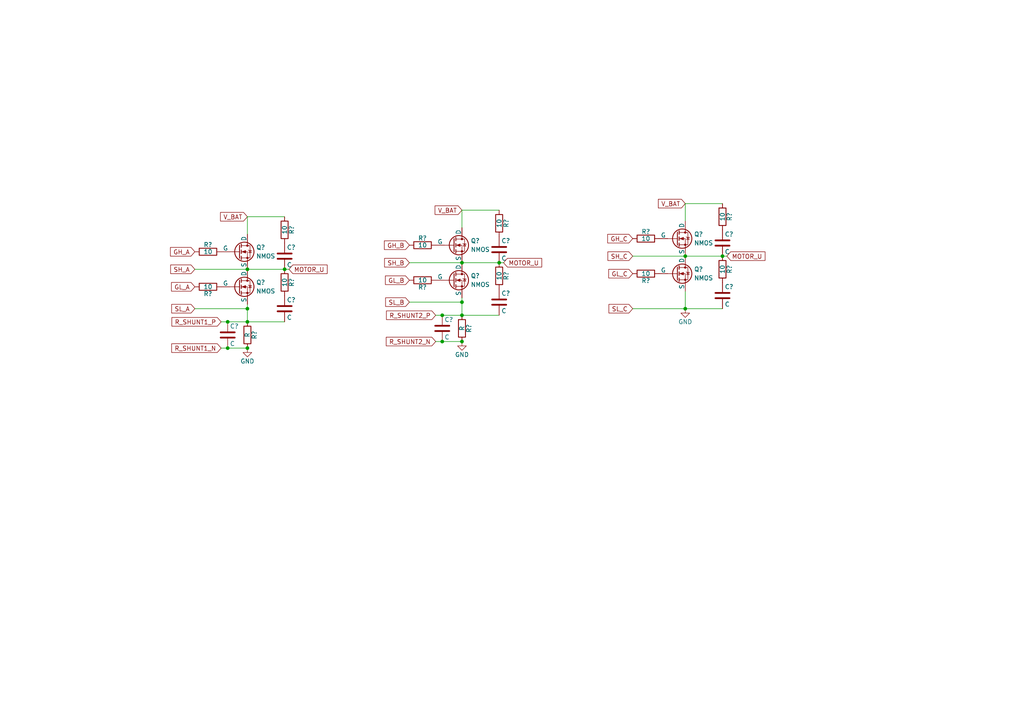
<source format=kicad_sch>
(kicad_sch (version 20230121) (generator eeschema)

  (uuid 77d271f8-1d83-45f9-900e-e74af2847f8f)

  (paper "A4")

  (lib_symbols
    (symbol "Device:C" (pin_numbers hide) (pin_names (offset 0.254)) (in_bom yes) (on_board yes)
      (property "Reference" "C" (at 0.635 2.54 0)
        (effects (font (size 1.27 1.27)) (justify left))
      )
      (property "Value" "C" (at 0.635 -2.54 0)
        (effects (font (size 1.27 1.27)) (justify left))
      )
      (property "Footprint" "" (at 0.9652 -3.81 0)
        (effects (font (size 1.27 1.27)) hide)
      )
      (property "Datasheet" "~" (at 0 0 0)
        (effects (font (size 1.27 1.27)) hide)
      )
      (property "ki_keywords" "cap capacitor" (at 0 0 0)
        (effects (font (size 1.27 1.27)) hide)
      )
      (property "ki_description" "Unpolarized capacitor" (at 0 0 0)
        (effects (font (size 1.27 1.27)) hide)
      )
      (property "ki_fp_filters" "C_*" (at 0 0 0)
        (effects (font (size 1.27 1.27)) hide)
      )
      (symbol "C_0_1"
        (polyline
          (pts
            (xy -2.032 -0.762)
            (xy 2.032 -0.762)
          )
          (stroke (width 0.508) (type default))
          (fill (type none))
        )
        (polyline
          (pts
            (xy -2.032 0.762)
            (xy 2.032 0.762)
          )
          (stroke (width 0.508) (type default))
          (fill (type none))
        )
      )
      (symbol "C_1_1"
        (pin passive line (at 0 3.81 270) (length 2.794)
          (name "~" (effects (font (size 1.27 1.27))))
          (number "1" (effects (font (size 1.27 1.27))))
        )
        (pin passive line (at 0 -3.81 90) (length 2.794)
          (name "~" (effects (font (size 1.27 1.27))))
          (number "2" (effects (font (size 1.27 1.27))))
        )
      )
    )
    (symbol "Device:R" (pin_numbers hide) (pin_names (offset 0)) (in_bom yes) (on_board yes)
      (property "Reference" "R" (at 2.032 0 90)
        (effects (font (size 1.27 1.27)))
      )
      (property "Value" "R" (at 0 0 90)
        (effects (font (size 1.27 1.27)))
      )
      (property "Footprint" "" (at -1.778 0 90)
        (effects (font (size 1.27 1.27)) hide)
      )
      (property "Datasheet" "~" (at 0 0 0)
        (effects (font (size 1.27 1.27)) hide)
      )
      (property "ki_keywords" "R res resistor" (at 0 0 0)
        (effects (font (size 1.27 1.27)) hide)
      )
      (property "ki_description" "Resistor" (at 0 0 0)
        (effects (font (size 1.27 1.27)) hide)
      )
      (property "ki_fp_filters" "R_*" (at 0 0 0)
        (effects (font (size 1.27 1.27)) hide)
      )
      (symbol "R_0_1"
        (rectangle (start -1.016 -2.54) (end 1.016 2.54)
          (stroke (width 0.254) (type default))
          (fill (type none))
        )
      )
      (symbol "R_1_1"
        (pin passive line (at 0 3.81 270) (length 1.27)
          (name "~" (effects (font (size 1.27 1.27))))
          (number "1" (effects (font (size 1.27 1.27))))
        )
        (pin passive line (at 0 -3.81 90) (length 1.27)
          (name "~" (effects (font (size 1.27 1.27))))
          (number "2" (effects (font (size 1.27 1.27))))
        )
      )
    )
    (symbol "Simulation_SPICE:NMOS" (pin_numbers hide) (pin_names (offset 0)) (in_bom yes) (on_board yes)
      (property "Reference" "Q" (at 5.08 1.27 0)
        (effects (font (size 1.27 1.27)) (justify left))
      )
      (property "Value" "NMOS" (at 5.08 -1.27 0)
        (effects (font (size 1.27 1.27)) (justify left))
      )
      (property "Footprint" "" (at 5.08 2.54 0)
        (effects (font (size 1.27 1.27)) hide)
      )
      (property "Datasheet" "https://ngspice.sourceforge.io/docs/ngspice-manual.pdf" (at 0 -12.7 0)
        (effects (font (size 1.27 1.27)) hide)
      )
      (property "Sim.Device" "NMOS" (at 0 -17.145 0)
        (effects (font (size 1.27 1.27)) hide)
      )
      (property "Sim.Type" "VDMOS" (at 0 -19.05 0)
        (effects (font (size 1.27 1.27)) hide)
      )
      (property "Sim.Pins" "1=D 2=G 3=S" (at 0 -15.24 0)
        (effects (font (size 1.27 1.27)) hide)
      )
      (property "ki_keywords" "transistor NMOS N-MOS N-MOSFET simulation" (at 0 0 0)
        (effects (font (size 1.27 1.27)) hide)
      )
      (property "ki_description" "N-MOSFET transistor, drain/source/gate" (at 0 0 0)
        (effects (font (size 1.27 1.27)) hide)
      )
      (symbol "NMOS_0_1"
        (polyline
          (pts
            (xy 0.254 0)
            (xy -2.54 0)
          )
          (stroke (width 0) (type default))
          (fill (type none))
        )
        (polyline
          (pts
            (xy 0.254 1.905)
            (xy 0.254 -1.905)
          )
          (stroke (width 0.254) (type default))
          (fill (type none))
        )
        (polyline
          (pts
            (xy 0.762 -1.27)
            (xy 0.762 -2.286)
          )
          (stroke (width 0.254) (type default))
          (fill (type none))
        )
        (polyline
          (pts
            (xy 0.762 0.508)
            (xy 0.762 -0.508)
          )
          (stroke (width 0.254) (type default))
          (fill (type none))
        )
        (polyline
          (pts
            (xy 0.762 2.286)
            (xy 0.762 1.27)
          )
          (stroke (width 0.254) (type default))
          (fill (type none))
        )
        (polyline
          (pts
            (xy 2.54 2.54)
            (xy 2.54 1.778)
          )
          (stroke (width 0) (type default))
          (fill (type none))
        )
        (polyline
          (pts
            (xy 2.54 -2.54)
            (xy 2.54 0)
            (xy 0.762 0)
          )
          (stroke (width 0) (type default))
          (fill (type none))
        )
        (polyline
          (pts
            (xy 0.762 -1.778)
            (xy 3.302 -1.778)
            (xy 3.302 1.778)
            (xy 0.762 1.778)
          )
          (stroke (width 0) (type default))
          (fill (type none))
        )
        (polyline
          (pts
            (xy 1.016 0)
            (xy 2.032 0.381)
            (xy 2.032 -0.381)
            (xy 1.016 0)
          )
          (stroke (width 0) (type default))
          (fill (type outline))
        )
        (polyline
          (pts
            (xy 2.794 0.508)
            (xy 2.921 0.381)
            (xy 3.683 0.381)
            (xy 3.81 0.254)
          )
          (stroke (width 0) (type default))
          (fill (type none))
        )
        (polyline
          (pts
            (xy 3.302 0.381)
            (xy 2.921 -0.254)
            (xy 3.683 -0.254)
            (xy 3.302 0.381)
          )
          (stroke (width 0) (type default))
          (fill (type none))
        )
        (circle (center 1.651 0) (radius 2.794)
          (stroke (width 0.254) (type default))
          (fill (type none))
        )
        (circle (center 2.54 -1.778) (radius 0.254)
          (stroke (width 0) (type default))
          (fill (type outline))
        )
        (circle (center 2.54 1.778) (radius 0.254)
          (stroke (width 0) (type default))
          (fill (type outline))
        )
      )
      (symbol "NMOS_1_1"
        (pin passive line (at 2.54 5.08 270) (length 2.54)
          (name "D" (effects (font (size 1.27 1.27))))
          (number "1" (effects (font (size 1.27 1.27))))
        )
        (pin input line (at -5.08 0 0) (length 2.54)
          (name "G" (effects (font (size 1.27 1.27))))
          (number "2" (effects (font (size 1.27 1.27))))
        )
        (pin passive line (at 2.54 -5.08 90) (length 2.54)
          (name "S" (effects (font (size 1.27 1.27))))
          (number "3" (effects (font (size 1.27 1.27))))
        )
      )
    )
    (symbol "power:GND" (power) (pin_names (offset 0)) (in_bom yes) (on_board yes)
      (property "Reference" "#PWR" (at 0 -6.35 0)
        (effects (font (size 1.27 1.27)) hide)
      )
      (property "Value" "GND" (at 0 -3.81 0)
        (effects (font (size 1.27 1.27)))
      )
      (property "Footprint" "" (at 0 0 0)
        (effects (font (size 1.27 1.27)) hide)
      )
      (property "Datasheet" "" (at 0 0 0)
        (effects (font (size 1.27 1.27)) hide)
      )
      (property "ki_keywords" "global power" (at 0 0 0)
        (effects (font (size 1.27 1.27)) hide)
      )
      (property "ki_description" "Power symbol creates a global label with name \"GND\" , ground" (at 0 0 0)
        (effects (font (size 1.27 1.27)) hide)
      )
      (symbol "GND_0_1"
        (polyline
          (pts
            (xy 0 0)
            (xy 0 -1.27)
            (xy 1.27 -1.27)
            (xy 0 -2.54)
            (xy -1.27 -1.27)
            (xy 0 -1.27)
          )
          (stroke (width 0) (type default))
          (fill (type none))
        )
      )
      (symbol "GND_1_1"
        (pin power_in line (at 0 0 270) (length 0) hide
          (name "GND" (effects (font (size 1.27 1.27))))
          (number "1" (effects (font (size 1.27 1.27))))
        )
      )
    )
  )

  (junction (at 209.55 74.295) (diameter 0) (color 0 0 0 0)
    (uuid 0a0ec3d8-198f-4acd-8cdc-d7ab46bb982f)
  )
  (junction (at 198.755 89.535) (diameter 0) (color 0 0 0 0)
    (uuid 18d2c2a7-c5d6-48c3-afa7-53bcc210de03)
  )
  (junction (at 71.755 100.965) (diameter 0) (color 0 0 0 0)
    (uuid 263f51e9-f49a-4747-bd65-62aeceb8b11c)
  )
  (junction (at 71.755 93.345) (diameter 0) (color 0 0 0 0)
    (uuid 29d0703e-bca9-4cb2-9113-9efbf62f4d7d)
  )
  (junction (at 71.755 89.535) (diameter 0) (color 0 0 0 0)
    (uuid 450e165e-202c-41da-abd4-534945d4e3b0)
  )
  (junction (at 82.55 78.105) (diameter 0) (color 0 0 0 0)
    (uuid 54970f51-7098-472f-854e-2d39429c81ab)
  )
  (junction (at 71.755 78.105) (diameter 0) (color 0 0 0 0)
    (uuid 649c7f78-d762-488d-a87a-232202a1c1e8)
  )
  (junction (at 128.27 91.44) (diameter 0) (color 0 0 0 0)
    (uuid 69fa948e-86b4-4ae8-868e-e6f925e791ae)
  )
  (junction (at 66.04 100.965) (diameter 0) (color 0 0 0 0)
    (uuid 6f470c0f-5c08-4266-aa8e-f1a4efa0002b)
  )
  (junction (at 133.985 87.63) (diameter 0) (color 0 0 0 0)
    (uuid 7ebce89c-fe27-4b98-ac1f-05f1f18b651d)
  )
  (junction (at 66.04 93.345) (diameter 0) (color 0 0 0 0)
    (uuid 8f3e8f20-42f6-426b-adda-4957670f2ec8)
  )
  (junction (at 133.985 91.44) (diameter 0) (color 0 0 0 0)
    (uuid a270636e-84be-4321-b899-f24e39b47c7c)
  )
  (junction (at 198.755 74.295) (diameter 0) (color 0 0 0 0)
    (uuid b77070ff-c434-49a5-b895-e0edfe280e06)
  )
  (junction (at 144.78 76.2) (diameter 0) (color 0 0 0 0)
    (uuid b8521913-f298-41e8-8075-a6a29b0e7405)
  )
  (junction (at 133.985 99.06) (diameter 0) (color 0 0 0 0)
    (uuid e26a5839-8cca-4355-a4d0-5387a10f0873)
  )
  (junction (at 133.985 76.2) (diameter 0) (color 0 0 0 0)
    (uuid ec4ae019-2962-4856-b412-dac73ed9a397)
  )
  (junction (at 128.27 99.06) (diameter 0) (color 0 0 0 0)
    (uuid f39752b2-6734-48d6-ada2-c92d0f5bf755)
  )

  (wire (pts (xy 126.365 91.44) (xy 128.27 91.44))
    (stroke (width 0) (type default))
    (uuid 04a0b9bf-74e0-4147-8e6c-7fe04876bdb9)
  )
  (wire (pts (xy 56.515 89.535) (xy 71.755 89.535))
    (stroke (width 0) (type default))
    (uuid 0969722c-3646-4a26-aadc-380bbfecf885)
  )
  (wire (pts (xy 71.755 88.265) (xy 71.755 89.535))
    (stroke (width 0) (type default))
    (uuid 0bd369ba-311a-4f2a-bdd2-64b14c4e08ab)
  )
  (wire (pts (xy 126.365 99.06) (xy 128.27 99.06))
    (stroke (width 0) (type default))
    (uuid 312a02a5-6a44-4774-8c04-b0fec754fdc7)
  )
  (wire (pts (xy 183.515 89.535) (xy 198.755 89.535))
    (stroke (width 0) (type default))
    (uuid 43bfccf8-876e-49e0-84fa-78d4781643f3)
  )
  (wire (pts (xy 144.78 76.2) (xy 133.985 76.2))
    (stroke (width 0) (type default))
    (uuid 463da572-32a9-46aa-80ec-c5a4160797db)
  )
  (wire (pts (xy 66.04 93.345) (xy 71.755 93.345))
    (stroke (width 0) (type default))
    (uuid 4851cd3f-467c-4b86-bffd-b6b6fd44651b)
  )
  (wire (pts (xy 209.55 89.535) (xy 198.755 89.535))
    (stroke (width 0) (type default))
    (uuid 50c21fb4-ef9c-44e0-83b1-825c135415d5)
  )
  (wire (pts (xy 82.55 78.105) (xy 71.755 78.105))
    (stroke (width 0) (type default))
    (uuid 50d1f18a-3784-4a51-bbb4-11ebf54da7f3)
  )
  (wire (pts (xy 133.985 86.36) (xy 133.985 87.63))
    (stroke (width 0) (type default))
    (uuid 53b91e19-0eb7-423e-bfba-aa1bf599521e)
  )
  (wire (pts (xy 82.55 93.345) (xy 71.755 93.345))
    (stroke (width 0) (type default))
    (uuid 60fe7a61-efc5-4ee4-be14-f53d16d6ca43)
  )
  (wire (pts (xy 66.04 100.965) (xy 71.755 100.965))
    (stroke (width 0) (type default))
    (uuid 64a16d4d-0fd6-44e8-9bfb-d65cc57ab597)
  )
  (wire (pts (xy 64.135 93.345) (xy 66.04 93.345))
    (stroke (width 0) (type default))
    (uuid 6a4d045a-b713-4dfd-831c-1ff65964d097)
  )
  (wire (pts (xy 144.78 91.44) (xy 133.985 91.44))
    (stroke (width 0) (type default))
    (uuid 83776be5-c1f9-4217-82b1-3024b7631cdc)
  )
  (wire (pts (xy 64.135 100.965) (xy 66.04 100.965))
    (stroke (width 0) (type default))
    (uuid 86181ad0-4573-4e97-ac1e-ebfa9e265a4e)
  )
  (wire (pts (xy 82.55 62.865) (xy 71.755 62.865))
    (stroke (width 0) (type default))
    (uuid 875208e9-e27b-4806-ab82-212a61a11685)
  )
  (wire (pts (xy 144.78 60.96) (xy 133.985 60.96))
    (stroke (width 0) (type default))
    (uuid 968ffe39-da6f-490a-8f4e-cb755ca6a301)
  )
  (wire (pts (xy 133.985 60.96) (xy 133.985 66.04))
    (stroke (width 0) (type default))
    (uuid 9c511625-732e-4476-a97a-7b3539019ae0)
  )
  (wire (pts (xy 146.05 76.2) (xy 144.78 76.2))
    (stroke (width 0) (type default))
    (uuid a0e00d87-52d1-467d-8128-90644c682af1)
  )
  (wire (pts (xy 210.82 74.295) (xy 209.55 74.295))
    (stroke (width 0) (type default))
    (uuid accd7bee-1239-4654-ad34-aa167d430a81)
  )
  (wire (pts (xy 183.515 74.295) (xy 198.755 74.295))
    (stroke (width 0) (type default))
    (uuid b39291f8-350f-44c3-a0ce-045c89687d9a)
  )
  (wire (pts (xy 118.745 76.2) (xy 133.985 76.2))
    (stroke (width 0) (type default))
    (uuid b916a5c8-af26-43d9-95fa-9275cf742153)
  )
  (wire (pts (xy 128.27 99.06) (xy 133.985 99.06))
    (stroke (width 0) (type default))
    (uuid c11b4153-736a-4712-9f7b-2e609d23a265)
  )
  (wire (pts (xy 198.755 84.455) (xy 198.755 89.535))
    (stroke (width 0) (type default))
    (uuid c38c22ba-6834-4d86-8015-4f10424751fe)
  )
  (wire (pts (xy 209.55 74.295) (xy 198.755 74.295))
    (stroke (width 0) (type default))
    (uuid c42b1547-0917-4946-a099-6fdda45fdede)
  )
  (wire (pts (xy 56.515 78.105) (xy 71.755 78.105))
    (stroke (width 0) (type default))
    (uuid c55eaf07-81e4-474a-b0da-8ceb68f68e33)
  )
  (wire (pts (xy 128.27 91.44) (xy 133.985 91.44))
    (stroke (width 0) (type default))
    (uuid c8acd490-e110-41ba-9e10-91f5834ce593)
  )
  (wire (pts (xy 71.755 89.535) (xy 71.755 93.345))
    (stroke (width 0) (type default))
    (uuid c9213fa7-6751-435c-ba39-50b876e84b41)
  )
  (wire (pts (xy 133.985 87.63) (xy 133.985 91.44))
    (stroke (width 0) (type default))
    (uuid d1eb4fdf-bfe4-4d16-91f0-94e9d3641145)
  )
  (wire (pts (xy 198.755 59.055) (xy 198.755 64.135))
    (stroke (width 0) (type default))
    (uuid dbd07c3a-4a7c-445e-99cb-bbacfe4610dc)
  )
  (wire (pts (xy 118.745 87.63) (xy 133.985 87.63))
    (stroke (width 0) (type default))
    (uuid dcc7532c-bbc5-4fb3-856a-b3b6a6ae63d9)
  )
  (wire (pts (xy 83.82 78.105) (xy 82.55 78.105))
    (stroke (width 0) (type default))
    (uuid de648034-43de-4488-bb4b-4bc97b8017cd)
  )
  (wire (pts (xy 209.55 59.055) (xy 198.755 59.055))
    (stroke (width 0) (type default))
    (uuid faff3810-286f-4cc2-98a2-a0cad535cb66)
  )
  (wire (pts (xy 71.755 62.865) (xy 71.755 67.945))
    (stroke (width 0) (type default))
    (uuid fef8f379-6f1b-4456-8525-b6568902028a)
  )

  (global_label "GH_C" (shape input) (at 183.515 69.215 180) (fields_autoplaced)
    (effects (font (size 1.27 1.27)) (justify right))
    (uuid 07017dc5-03be-4a50-826e-ba6e125742d9)
    (property "Intersheetrefs" "${INTERSHEET_REFS}" (at 175.7711 69.215 0)
      (effects (font (size 1.27 1.27)) (justify right) hide)
    )
  )
  (global_label "SL_A" (shape input) (at 56.515 89.535 180) (fields_autoplaced)
    (effects (font (size 1.27 1.27)) (justify right))
    (uuid 227ce641-8e1f-4c1f-b6b7-0ca10353e78e)
    (property "Intersheetrefs" "${INTERSHEET_REFS}" (at 49.3154 89.535 0)
      (effects (font (size 1.27 1.27)) (justify right) hide)
    )
  )
  (global_label "R_SHUNT1_P" (shape input) (at 64.135 93.345 180) (fields_autoplaced)
    (effects (font (size 1.27 1.27)) (justify right))
    (uuid 2ad68358-eb09-444d-ac1f-e0dca26f2c75)
    (property "Intersheetrefs" "${INTERSHEET_REFS}" (at 49.3759 93.345 0)
      (effects (font (size 1.27 1.27)) (justify right) hide)
    )
  )
  (global_label "GL_B" (shape input) (at 118.745 81.28 180) (fields_autoplaced)
    (effects (font (size 1.27 1.27)) (justify right))
    (uuid 34d52fe0-4dad-4b05-967f-276a0f5723e7)
    (property "Intersheetrefs" "${INTERSHEET_REFS}" (at 111.3035 81.28 0)
      (effects (font (size 1.27 1.27)) (justify right) hide)
    )
  )
  (global_label "GL_A" (shape input) (at 56.515 83.185 180) (fields_autoplaced)
    (effects (font (size 1.27 1.27)) (justify right))
    (uuid 451c151c-77ba-483d-aad5-1becdd61880e)
    (property "Intersheetrefs" "${INTERSHEET_REFS}" (at 49.2549 83.185 0)
      (effects (font (size 1.27 1.27)) (justify right) hide)
    )
  )
  (global_label "SH_B" (shape input) (at 118.745 76.2 180) (fields_autoplaced)
    (effects (font (size 1.27 1.27)) (justify right))
    (uuid 51e03974-beea-4d8c-aeff-16909fdb7f38)
    (property "Intersheetrefs" "${INTERSHEET_REFS}" (at 111.0616 76.2 0)
      (effects (font (size 1.27 1.27)) (justify right) hide)
    )
  )
  (global_label "MOTOR_U" (shape input) (at 210.82 74.295 0) (fields_autoplaced)
    (effects (font (size 1.27 1.27)) (justify left))
    (uuid 5bff34b4-201e-451f-8aab-d51f7a3edb5a)
    (property "Intersheetrefs" "${INTERSHEET_REFS}" (at 222.3739 74.295 0)
      (effects (font (size 1.27 1.27)) (justify left) hide)
    )
  )
  (global_label "V_BAT" (shape input) (at 133.985 60.96 180) (fields_autoplaced)
    (effects (font (size 1.27 1.27)) (justify right))
    (uuid 5c5057d4-a269-4a2d-89cf-cbbff0e8fee3)
    (property "Intersheetrefs" "${INTERSHEET_REFS}" (at 125.6968 60.96 0)
      (effects (font (size 1.27 1.27)) (justify right) hide)
    )
  )
  (global_label "SL_B" (shape input) (at 118.745 87.63 180) (fields_autoplaced)
    (effects (font (size 1.27 1.27)) (justify right))
    (uuid 744e4c3f-b834-4eec-850a-8171be0fbdfe)
    (property "Intersheetrefs" "${INTERSHEET_REFS}" (at 111.364 87.63 0)
      (effects (font (size 1.27 1.27)) (justify right) hide)
    )
  )
  (global_label "SH_A" (shape input) (at 56.515 78.105 180) (fields_autoplaced)
    (effects (font (size 1.27 1.27)) (justify right))
    (uuid 7da74342-2e60-40b7-9256-e3da18c77481)
    (property "Intersheetrefs" "${INTERSHEET_REFS}" (at 49.013 78.105 0)
      (effects (font (size 1.27 1.27)) (justify right) hide)
    )
  )
  (global_label "V_BAT" (shape input) (at 71.755 62.865 180) (fields_autoplaced)
    (effects (font (size 1.27 1.27)) (justify right))
    (uuid 8261d825-e335-4581-a8b3-b3199979610b)
    (property "Intersheetrefs" "${INTERSHEET_REFS}" (at 63.4668 62.865 0)
      (effects (font (size 1.27 1.27)) (justify right) hide)
    )
  )
  (global_label "GH_A" (shape input) (at 56.515 73.025 180) (fields_autoplaced)
    (effects (font (size 1.27 1.27)) (justify right))
    (uuid 87efe6cb-c507-402b-a6ad-353927593dba)
    (property "Intersheetrefs" "${INTERSHEET_REFS}" (at 48.9525 73.025 0)
      (effects (font (size 1.27 1.27)) (justify right) hide)
    )
  )
  (global_label "GL_C" (shape input) (at 183.515 79.375 180) (fields_autoplaced)
    (effects (font (size 1.27 1.27)) (justify right))
    (uuid adc06ff4-ee17-4a21-bf89-2f0f611b8551)
    (property "Intersheetrefs" "${INTERSHEET_REFS}" (at 176.0735 79.375 0)
      (effects (font (size 1.27 1.27)) (justify right) hide)
    )
  )
  (global_label "MOTOR_U" (shape input) (at 83.82 78.105 0) (fields_autoplaced)
    (effects (font (size 1.27 1.27)) (justify left))
    (uuid b9ccfb6d-e187-4b56-b6d6-78d499fcdcbb)
    (property "Intersheetrefs" "${INTERSHEET_REFS}" (at 95.3739 78.105 0)
      (effects (font (size 1.27 1.27)) (justify left) hide)
    )
  )
  (global_label "SL_C" (shape input) (at 183.515 89.535 180) (fields_autoplaced)
    (effects (font (size 1.27 1.27)) (justify right))
    (uuid c235056b-ec2f-4a25-bd9f-e450bbbf09ee)
    (property "Intersheetrefs" "${INTERSHEET_REFS}" (at 176.134 89.535 0)
      (effects (font (size 1.27 1.27)) (justify right) hide)
    )
  )
  (global_label "MOTOR_U" (shape input) (at 146.05 76.2 0) (fields_autoplaced)
    (effects (font (size 1.27 1.27)) (justify left))
    (uuid cb306b13-5978-4e94-9351-36561e6e980b)
    (property "Intersheetrefs" "${INTERSHEET_REFS}" (at 157.6039 76.2 0)
      (effects (font (size 1.27 1.27)) (justify left) hide)
    )
  )
  (global_label "R_SHUNT2_P" (shape input) (at 126.365 91.44 180) (fields_autoplaced)
    (effects (font (size 1.27 1.27)) (justify right))
    (uuid cb733340-6292-4aac-83a7-96413b150dfe)
    (property "Intersheetrefs" "${INTERSHEET_REFS}" (at 111.6059 91.44 0)
      (effects (font (size 1.27 1.27)) (justify right) hide)
    )
  )
  (global_label "GH_B" (shape input) (at 118.745 71.12 180) (fields_autoplaced)
    (effects (font (size 1.27 1.27)) (justify right))
    (uuid cc8442a7-2ea1-4f6c-99c6-ccc048326e1f)
    (property "Intersheetrefs" "${INTERSHEET_REFS}" (at 111.0011 71.12 0)
      (effects (font (size 1.27 1.27)) (justify right) hide)
    )
  )
  (global_label "SH_C" (shape input) (at 183.515 74.295 180) (fields_autoplaced)
    (effects (font (size 1.27 1.27)) (justify right))
    (uuid cfbdee18-6a99-4c32-b617-5712fc5bbfa1)
    (property "Intersheetrefs" "${INTERSHEET_REFS}" (at 175.8316 74.295 0)
      (effects (font (size 1.27 1.27)) (justify right) hide)
    )
  )
  (global_label "R_SHUNT2_N" (shape input) (at 126.365 99.06 180) (fields_autoplaced)
    (effects (font (size 1.27 1.27)) (justify right))
    (uuid d4ab1909-2faa-4d69-9996-baf11b85cb8c)
    (property "Intersheetrefs" "${INTERSHEET_REFS}" (at 111.5454 99.06 0)
      (effects (font (size 1.27 1.27)) (justify right) hide)
    )
  )
  (global_label "R_SHUNT1_N" (shape input) (at 64.135 100.965 180) (fields_autoplaced)
    (effects (font (size 1.27 1.27)) (justify right))
    (uuid efa797d1-5d5e-4908-9f42-ec8199bc5ab0)
    (property "Intersheetrefs" "${INTERSHEET_REFS}" (at 49.3154 100.965 0)
      (effects (font (size 1.27 1.27)) (justify right) hide)
    )
  )
  (global_label "V_BAT" (shape input) (at 198.755 59.055 180) (fields_autoplaced)
    (effects (font (size 1.27 1.27)) (justify right))
    (uuid f0b813d2-8d2d-4b45-a04c-0fd857f9dd8c)
    (property "Intersheetrefs" "${INTERSHEET_REFS}" (at 190.4668 59.055 0)
      (effects (font (size 1.27 1.27)) (justify right) hide)
    )
  )

  (symbol (lib_id "Device:C") (at 209.55 85.725 0) (unit 1)
    (in_bom yes) (on_board yes) (dnp no)
    (uuid 01782e0a-d424-4746-841c-320c637f55ae)
    (property "Reference" "C?" (at 210.185 83.185 0)
      (effects (font (size 1.27 1.27)) (justify left))
    )
    (property "Value" "C" (at 210.185 88.265 0)
      (effects (font (size 1.27 1.27)) (justify left))
    )
    (property "Footprint" "Capacitor_SMD:C_0201_0603Metric" (at 210.5152 89.535 0)
      (effects (font (size 1.27 1.27)) hide)
    )
    (property "Datasheet" "~" (at 209.55 85.725 0)
      (effects (font (size 1.27 1.27)) hide)
    )
    (pin "1" (uuid 58a15fc5-0e49-4702-942a-e1729c964e64))
    (pin "2" (uuid 6b92af84-f26e-40e3-ac36-2ad1588db6fe))
    (instances
      (project "ESC"
        (path "/7ed71e8f-27e4-4ca8-a003-1945184d206c"
          (reference "C?") (unit 1)
        )
        (path "/7ed71e8f-27e4-4ca8-a003-1945184d206c/e93fdf03-1109-4f0f-94e7-b46be4fb1c3b"
          (reference "C19") (unit 1)
        )
      )
    )
  )

  (symbol (lib_id "Simulation_SPICE:NMOS") (at 131.445 81.28 0) (unit 1)
    (in_bom yes) (on_board yes) (dnp no)
    (uuid 0eac7e08-dcc7-4066-9bcf-d53fd16e7165)
    (property "Reference" "Q?" (at 136.525 80.01 0)
      (effects (font (size 1.27 1.27)) (justify left))
    )
    (property "Value" "NMOS" (at 136.525 82.55 0)
      (effects (font (size 1.27 1.27)) (justify left))
    )
    (property "Footprint" "Package_TO_SOT_SMD:SOT-23" (at 136.525 78.74 0)
      (effects (font (size 1.27 1.27)) hide)
    )
    (property "Datasheet" "https://ngspice.sourceforge.io/docs/ngspice-manual.pdf" (at 131.445 93.98 0)
      (effects (font (size 1.27 1.27)) hide)
    )
    (property "Sim.Device" "NMOS" (at 131.445 98.425 0)
      (effects (font (size 1.27 1.27)) hide)
    )
    (property "Sim.Type" "VDMOS" (at 131.445 100.33 0)
      (effects (font (size 1.27 1.27)) hide)
    )
    (property "Sim.Pins" "1=D 2=G 3=S" (at 131.445 96.52 0)
      (effects (font (size 1.27 1.27)) hide)
    )
    (pin "1" (uuid 48210e9d-62e1-4072-becb-a7153a6c52ec))
    (pin "2" (uuid c3cb9b08-ebaf-4912-9cbd-4917b09bfe05))
    (pin "3" (uuid a50957a6-d7b8-489e-a5f0-b004d0955c8c))
    (instances
      (project "ESC"
        (path "/7ed71e8f-27e4-4ca8-a003-1945184d206c"
          (reference "Q?") (unit 1)
        )
        (path "/7ed71e8f-27e4-4ca8-a003-1945184d206c/e93fdf03-1109-4f0f-94e7-b46be4fb1c3b"
          (reference "Q6") (unit 1)
        )
      )
    )
  )

  (symbol (lib_id "Device:C") (at 82.55 74.295 0) (unit 1)
    (in_bom yes) (on_board yes) (dnp no)
    (uuid 1ce24de8-f33b-46f1-ba78-7aba5a6bb6db)
    (property "Reference" "C?" (at 83.185 71.755 0)
      (effects (font (size 1.27 1.27)) (justify left))
    )
    (property "Value" "C" (at 83.185 76.835 0)
      (effects (font (size 1.27 1.27)) (justify left))
    )
    (property "Footprint" "Capacitor_SMD:C_0201_0603Metric" (at 83.5152 78.105 0)
      (effects (font (size 1.27 1.27)) hide)
    )
    (property "Datasheet" "~" (at 82.55 74.295 0)
      (effects (font (size 1.27 1.27)) hide)
    )
    (pin "1" (uuid 210a4770-8409-44da-b399-d23f76f6889d))
    (pin "2" (uuid 3a3ecbfe-c2b7-41e2-b457-b6f9a2677f77))
    (instances
      (project "ESC"
        (path "/7ed71e8f-27e4-4ca8-a003-1945184d206c"
          (reference "C?") (unit 1)
        )
        (path "/7ed71e8f-27e4-4ca8-a003-1945184d206c/e93fdf03-1109-4f0f-94e7-b46be4fb1c3b"
          (reference "C18") (unit 1)
        )
      )
    )
  )

  (symbol (lib_id "Device:C") (at 128.27 95.25 0) (unit 1)
    (in_bom yes) (on_board yes) (dnp no)
    (uuid 1d9c7b96-40bc-4e93-9164-5ea09d9c0b3f)
    (property "Reference" "C?" (at 128.905 92.71 0)
      (effects (font (size 1.27 1.27)) (justify left))
    )
    (property "Value" "C" (at 128.905 97.79 0)
      (effects (font (size 1.27 1.27)) (justify left))
    )
    (property "Footprint" "Capacitor_SMD:C_0201_0603Metric" (at 129.2352 99.06 0)
      (effects (font (size 1.27 1.27)) hide)
    )
    (property "Datasheet" "~" (at 128.27 95.25 0)
      (effects (font (size 1.27 1.27)) hide)
    )
    (pin "1" (uuid cf88e5e8-40e9-4cc1-b8ad-db0786a944ca))
    (pin "2" (uuid d1fec85d-d37b-47d1-a040-8fb410c1349e))
    (instances
      (project "ESC"
        (path "/7ed71e8f-27e4-4ca8-a003-1945184d206c"
          (reference "C?") (unit 1)
        )
        (path "/7ed71e8f-27e4-4ca8-a003-1945184d206c/e93fdf03-1109-4f0f-94e7-b46be4fb1c3b"
          (reference "C22") (unit 1)
        )
      )
    )
  )

  (symbol (lib_id "Device:R") (at 122.555 71.12 90) (unit 1)
    (in_bom yes) (on_board yes) (dnp no)
    (uuid 24641ad3-addc-45a0-b8e2-1c79c7826e4c)
    (property "Reference" "R?" (at 122.555 69.088 90)
      (effects (font (size 1.27 1.27)))
    )
    (property "Value" "10" (at 122.555 71.12 90)
      (effects (font (size 1.27 1.27)))
    )
    (property "Footprint" "Resistor_SMD:R_1206_3216Metric" (at 122.555 72.898 90)
      (effects (font (size 1.27 1.27)) hide)
    )
    (property "Datasheet" "~" (at 122.555 71.12 0)
      (effects (font (size 1.27 1.27)) hide)
    )
    (pin "1" (uuid 9b53010f-b786-4038-b14d-a1cae8cacafb))
    (pin "2" (uuid 6e2dc939-2587-4de5-8c12-81933688abf5))
    (instances
      (project "ESC"
        (path "/7ed71e8f-27e4-4ca8-a003-1945184d206c"
          (reference "R?") (unit 1)
        )
        (path "/7ed71e8f-27e4-4ca8-a003-1945184d206c/e93fdf03-1109-4f0f-94e7-b46be4fb1c3b"
          (reference "R15") (unit 1)
        )
      )
    )
  )

  (symbol (lib_id "Device:R") (at 187.325 69.215 90) (unit 1)
    (in_bom yes) (on_board yes) (dnp no)
    (uuid 2a4e3148-62f6-4ea3-9948-45ca0fa31207)
    (property "Reference" "R?" (at 187.325 67.183 90)
      (effects (font (size 1.27 1.27)))
    )
    (property "Value" "10" (at 187.325 69.215 90)
      (effects (font (size 1.27 1.27)))
    )
    (property "Footprint" "Resistor_SMD:R_1206_3216Metric" (at 187.325 70.993 90)
      (effects (font (size 1.27 1.27)) hide)
    )
    (property "Datasheet" "~" (at 187.325 69.215 0)
      (effects (font (size 1.27 1.27)) hide)
    )
    (pin "1" (uuid fe941545-161f-41f9-bd0a-2f2e29cbfc79))
    (pin "2" (uuid 13a2adbe-cb20-4f25-8c76-54ff666c6b7c))
    (instances
      (project "ESC"
        (path "/7ed71e8f-27e4-4ca8-a003-1945184d206c"
          (reference "R?") (unit 1)
        )
        (path "/7ed71e8f-27e4-4ca8-a003-1945184d206c/e93fdf03-1109-4f0f-94e7-b46be4fb1c3b"
          (reference "R14") (unit 1)
        )
      )
    )
  )

  (symbol (lib_id "Device:R") (at 82.55 66.675 0) (unit 1)
    (in_bom yes) (on_board yes) (dnp no)
    (uuid 33edb810-6a80-4b7f-b00c-20b90debde0d)
    (property "Reference" "R?" (at 84.582 66.675 90)
      (effects (font (size 1.27 1.27)))
    )
    (property "Value" "10" (at 82.55 66.675 90)
      (effects (font (size 1.27 1.27)))
    )
    (property "Footprint" "Resistor_SMD:R_1206_3216Metric" (at 80.772 66.675 90)
      (effects (font (size 1.27 1.27)) hide)
    )
    (property "Datasheet" "~" (at 82.55 66.675 0)
      (effects (font (size 1.27 1.27)) hide)
    )
    (pin "1" (uuid 481127f4-20dd-4fb1-8238-805cbf7169e7))
    (pin "2" (uuid c262474d-9f57-45c8-971a-68c7b014dae0))
    (instances
      (project "ESC"
        (path "/7ed71e8f-27e4-4ca8-a003-1945184d206c"
          (reference "R?") (unit 1)
        )
        (path "/7ed71e8f-27e4-4ca8-a003-1945184d206c/e93fdf03-1109-4f0f-94e7-b46be4fb1c3b"
          (reference "R13") (unit 1)
        )
      )
    )
  )

  (symbol (lib_id "Simulation_SPICE:NMOS") (at 131.445 71.12 0) (unit 1)
    (in_bom yes) (on_board yes) (dnp no)
    (uuid 34ae5ca6-2c12-4248-856f-964f793d3158)
    (property "Reference" "Q?" (at 136.525 69.85 0)
      (effects (font (size 1.27 1.27)) (justify left))
    )
    (property "Value" "NMOS" (at 136.525 72.39 0)
      (effects (font (size 1.27 1.27)) (justify left))
    )
    (property "Footprint" "Package_TO_SOT_SMD:SOT-23" (at 136.525 68.58 0)
      (effects (font (size 1.27 1.27)) hide)
    )
    (property "Datasheet" "https://ngspice.sourceforge.io/docs/ngspice-manual.pdf" (at 131.445 83.82 0)
      (effects (font (size 1.27 1.27)) hide)
    )
    (property "Sim.Device" "NMOS" (at 131.445 88.265 0)
      (effects (font (size 1.27 1.27)) hide)
    )
    (property "Sim.Type" "VDMOS" (at 131.445 90.17 0)
      (effects (font (size 1.27 1.27)) hide)
    )
    (property "Sim.Pins" "1=D 2=G 3=S" (at 131.445 86.36 0)
      (effects (font (size 1.27 1.27)) hide)
    )
    (pin "1" (uuid e8249a14-ab10-4ba8-8c50-d1e29455586f))
    (pin "2" (uuid c8734582-cbe9-4a62-b02c-2e0ff2c6d06e))
    (pin "3" (uuid 0550d005-772a-451f-9280-29708539cb81))
    (instances
      (project "ESC"
        (path "/7ed71e8f-27e4-4ca8-a003-1945184d206c"
          (reference "Q?") (unit 1)
        )
        (path "/7ed71e8f-27e4-4ca8-a003-1945184d206c/e93fdf03-1109-4f0f-94e7-b46be4fb1c3b"
          (reference "Q3") (unit 1)
        )
      )
    )
  )

  (symbol (lib_id "power:GND") (at 198.755 89.535 0) (unit 1)
    (in_bom yes) (on_board yes) (dnp no) (fields_autoplaced)
    (uuid 52456849-ec89-40d2-a8a6-9011e59120e5)
    (property "Reference" "#PWR?" (at 198.755 95.885 0)
      (effects (font (size 1.27 1.27)) hide)
    )
    (property "Value" "GND" (at 198.755 93.345 0)
      (effects (font (size 1.27 1.27)))
    )
    (property "Footprint" "" (at 198.755 89.535 0)
      (effects (font (size 1.27 1.27)) hide)
    )
    (property "Datasheet" "" (at 198.755 89.535 0)
      (effects (font (size 1.27 1.27)) hide)
    )
    (pin "1" (uuid 897afe8c-7ee8-4774-8d0c-1f91cecb8424))
    (instances
      (project "ESC"
        (path "/7ed71e8f-27e4-4ca8-a003-1945184d206c"
          (reference "#PWR?") (unit 1)
        )
        (path "/7ed71e8f-27e4-4ca8-a003-1945184d206c/e93fdf03-1109-4f0f-94e7-b46be4fb1c3b"
          (reference "#PWR018") (unit 1)
        )
      )
    )
  )

  (symbol (lib_id "Simulation_SPICE:NMOS") (at 196.215 79.375 0) (unit 1)
    (in_bom yes) (on_board yes) (dnp no)
    (uuid 5784a161-0733-4c5e-88a6-ae9a6a00fd1d)
    (property "Reference" "Q?" (at 201.295 78.105 0)
      (effects (font (size 1.27 1.27)) (justify left))
    )
    (property "Value" "NMOS" (at 201.295 80.645 0)
      (effects (font (size 1.27 1.27)) (justify left))
    )
    (property "Footprint" "Package_TO_SOT_SMD:SOT-23" (at 201.295 76.835 0)
      (effects (font (size 1.27 1.27)) hide)
    )
    (property "Datasheet" "https://ngspice.sourceforge.io/docs/ngspice-manual.pdf" (at 196.215 92.075 0)
      (effects (font (size 1.27 1.27)) hide)
    )
    (property "Sim.Device" "NMOS" (at 196.215 96.52 0)
      (effects (font (size 1.27 1.27)) hide)
    )
    (property "Sim.Type" "VDMOS" (at 196.215 98.425 0)
      (effects (font (size 1.27 1.27)) hide)
    )
    (property "Sim.Pins" "1=D 2=G 3=S" (at 196.215 94.615 0)
      (effects (font (size 1.27 1.27)) hide)
    )
    (pin "1" (uuid 01862c2d-bdac-4e0e-a406-c337b30e33ee))
    (pin "2" (uuid 9646e88d-f015-4357-b3b2-27f41a971729))
    (pin "3" (uuid 2c8386c4-d066-4971-abdb-c7445d14be79))
    (instances
      (project "ESC"
        (path "/7ed71e8f-27e4-4ca8-a003-1945184d206c"
          (reference "Q?") (unit 1)
        )
        (path "/7ed71e8f-27e4-4ca8-a003-1945184d206c/e93fdf03-1109-4f0f-94e7-b46be4fb1c3b"
          (reference "Q5") (unit 1)
        )
      )
    )
  )

  (symbol (lib_id "Device:R") (at 144.78 80.01 0) (unit 1)
    (in_bom yes) (on_board yes) (dnp no)
    (uuid 65ab7de6-54d0-4955-a56c-47f802a192c3)
    (property "Reference" "R?" (at 146.812 80.01 90)
      (effects (font (size 1.27 1.27)))
    )
    (property "Value" "10" (at 144.78 80.01 90)
      (effects (font (size 1.27 1.27)))
    )
    (property "Footprint" "Resistor_SMD:R_1206_3216Metric" (at 143.002 80.01 90)
      (effects (font (size 1.27 1.27)) hide)
    )
    (property "Datasheet" "~" (at 144.78 80.01 0)
      (effects (font (size 1.27 1.27)) hide)
    )
    (pin "1" (uuid d7704709-5995-4c14-bee1-fe64e7085163))
    (pin "2" (uuid d49c05fc-c5ad-43b2-ac87-2dae234ab393))
    (instances
      (project "ESC"
        (path "/7ed71e8f-27e4-4ca8-a003-1945184d206c"
          (reference "R?") (unit 1)
        )
        (path "/7ed71e8f-27e4-4ca8-a003-1945184d206c/e93fdf03-1109-4f0f-94e7-b46be4fb1c3b"
          (reference "R19") (unit 1)
        )
      )
    )
  )

  (symbol (lib_id "Device:R") (at 209.55 78.105 0) (unit 1)
    (in_bom yes) (on_board yes) (dnp no)
    (uuid 67045ef6-26ff-4c8b-9d77-3bd747fcc634)
    (property "Reference" "R?" (at 211.582 78.105 90)
      (effects (font (size 1.27 1.27)))
    )
    (property "Value" "10" (at 209.55 78.105 90)
      (effects (font (size 1.27 1.27)))
    )
    (property "Footprint" "Resistor_SMD:R_1206_3216Metric" (at 207.772 78.105 90)
      (effects (font (size 1.27 1.27)) hide)
    )
    (property "Datasheet" "~" (at 209.55 78.105 0)
      (effects (font (size 1.27 1.27)) hide)
    )
    (pin "1" (uuid f39663d4-fe81-4282-9e84-615e8af7cec4))
    (pin "2" (uuid 0b64cd81-17a5-420c-b43d-e6d5db327f5e))
    (instances
      (project "ESC"
        (path "/7ed71e8f-27e4-4ca8-a003-1945184d206c"
          (reference "R?") (unit 1)
        )
        (path "/7ed71e8f-27e4-4ca8-a003-1945184d206c/e93fdf03-1109-4f0f-94e7-b46be4fb1c3b"
          (reference "R17") (unit 1)
        )
      )
    )
  )

  (symbol (lib_id "Device:C") (at 82.55 89.535 0) (unit 1)
    (in_bom yes) (on_board yes) (dnp no)
    (uuid 75a54235-c2e4-4dcc-b4dd-124a73141f17)
    (property "Reference" "C?" (at 83.185 86.995 0)
      (effects (font (size 1.27 1.27)) (justify left))
    )
    (property "Value" "C" (at 83.185 92.075 0)
      (effects (font (size 1.27 1.27)) (justify left))
    )
    (property "Footprint" "Capacitor_SMD:C_0201_0603Metric" (at 83.5152 93.345 0)
      (effects (font (size 1.27 1.27)) hide)
    )
    (property "Datasheet" "~" (at 82.55 89.535 0)
      (effects (font (size 1.27 1.27)) hide)
    )
    (pin "1" (uuid 679136e8-2d14-49de-8e4c-2926e9b9a4ce))
    (pin "2" (uuid 7a94f806-7def-486a-b63d-f6911a247ac8))
    (instances
      (project "ESC"
        (path "/7ed71e8f-27e4-4ca8-a003-1945184d206c"
          (reference "C?") (unit 1)
        )
        (path "/7ed71e8f-27e4-4ca8-a003-1945184d206c/e93fdf03-1109-4f0f-94e7-b46be4fb1c3b"
          (reference "C21") (unit 1)
        )
      )
    )
  )

  (symbol (lib_id "Device:R") (at 209.55 62.865 0) (unit 1)
    (in_bom yes) (on_board yes) (dnp no)
    (uuid 8045dec6-936d-48e8-a158-1deefdbb3330)
    (property "Reference" "R?" (at 211.582 62.865 90)
      (effects (font (size 1.27 1.27)))
    )
    (property "Value" "10" (at 209.55 62.865 90)
      (effects (font (size 1.27 1.27)))
    )
    (property "Footprint" "Resistor_SMD:R_1206_3216Metric" (at 207.772 62.865 90)
      (effects (font (size 1.27 1.27)) hide)
    )
    (property "Datasheet" "~" (at 209.55 62.865 0)
      (effects (font (size 1.27 1.27)) hide)
    )
    (pin "1" (uuid f0035e72-34a0-49a7-93e4-8c6f66fbd822))
    (pin "2" (uuid 97990c68-fff2-42f6-87ba-14b61a9b30ad))
    (instances
      (project "ESC"
        (path "/7ed71e8f-27e4-4ca8-a003-1945184d206c"
          (reference "R?") (unit 1)
        )
        (path "/7ed71e8f-27e4-4ca8-a003-1945184d206c/e93fdf03-1109-4f0f-94e7-b46be4fb1c3b"
          (reference "R11") (unit 1)
        )
      )
    )
  )

  (symbol (lib_id "Device:R") (at 187.325 79.375 270) (unit 1)
    (in_bom yes) (on_board yes) (dnp no)
    (uuid 8251d01c-30ff-442f-b875-2f2cf4d2e969)
    (property "Reference" "R?" (at 187.325 81.407 90)
      (effects (font (size 1.27 1.27)))
    )
    (property "Value" "10" (at 187.325 79.375 90)
      (effects (font (size 1.27 1.27)))
    )
    (property "Footprint" "Resistor_SMD:R_1206_3216Metric" (at 187.325 77.597 90)
      (effects (font (size 1.27 1.27)) hide)
    )
    (property "Datasheet" "~" (at 187.325 79.375 0)
      (effects (font (size 1.27 1.27)) hide)
    )
    (pin "1" (uuid b7e6251e-941a-44c2-9681-c535f0be556b))
    (pin "2" (uuid 20d2eb72-84d1-487f-b084-3e6d2cd3dbbb))
    (instances
      (project "ESC"
        (path "/7ed71e8f-27e4-4ca8-a003-1945184d206c"
          (reference "R?") (unit 1)
        )
        (path "/7ed71e8f-27e4-4ca8-a003-1945184d206c/e93fdf03-1109-4f0f-94e7-b46be4fb1c3b"
          (reference "R18") (unit 1)
        )
      )
    )
  )

  (symbol (lib_id "Device:R") (at 144.78 64.77 0) (unit 1)
    (in_bom yes) (on_board yes) (dnp no)
    (uuid 83d40a03-756d-49dd-aaf9-496958677f1a)
    (property "Reference" "R?" (at 146.812 64.77 90)
      (effects (font (size 1.27 1.27)))
    )
    (property "Value" "10" (at 144.78 64.77 90)
      (effects (font (size 1.27 1.27)))
    )
    (property "Footprint" "Resistor_SMD:R_1206_3216Metric" (at 143.002 64.77 90)
      (effects (font (size 1.27 1.27)) hide)
    )
    (property "Datasheet" "~" (at 144.78 64.77 0)
      (effects (font (size 1.27 1.27)) hide)
    )
    (pin "1" (uuid 0d1812d3-a9d9-412b-9c08-0adf55543589))
    (pin "2" (uuid 16b33732-8c48-462e-a378-f104e0ae1435))
    (instances
      (project "ESC"
        (path "/7ed71e8f-27e4-4ca8-a003-1945184d206c"
          (reference "R?") (unit 1)
        )
        (path "/7ed71e8f-27e4-4ca8-a003-1945184d206c/e93fdf03-1109-4f0f-94e7-b46be4fb1c3b"
          (reference "R12") (unit 1)
        )
      )
    )
  )

  (symbol (lib_id "power:GND") (at 133.985 99.06 0) (unit 1)
    (in_bom yes) (on_board yes) (dnp no) (fields_autoplaced)
    (uuid 865c4d0e-6778-41ad-9ec1-50e27cd0ba4b)
    (property "Reference" "#PWR?" (at 133.985 105.41 0)
      (effects (font (size 1.27 1.27)) hide)
    )
    (property "Value" "GND" (at 133.985 102.87 0)
      (effects (font (size 1.27 1.27)))
    )
    (property "Footprint" "" (at 133.985 99.06 0)
      (effects (font (size 1.27 1.27)) hide)
    )
    (property "Datasheet" "" (at 133.985 99.06 0)
      (effects (font (size 1.27 1.27)) hide)
    )
    (pin "1" (uuid ad332474-dcdc-405e-8d61-bb6ed67ff9f2))
    (instances
      (project "ESC"
        (path "/7ed71e8f-27e4-4ca8-a003-1945184d206c"
          (reference "#PWR?") (unit 1)
        )
        (path "/7ed71e8f-27e4-4ca8-a003-1945184d206c/e93fdf03-1109-4f0f-94e7-b46be4fb1c3b"
          (reference "#PWR019") (unit 1)
        )
      )
    )
  )

  (symbol (lib_id "Device:C") (at 209.55 70.485 0) (unit 1)
    (in_bom yes) (on_board yes) (dnp no)
    (uuid 86f0882d-86be-4821-8636-55a393f227ea)
    (property "Reference" "C?" (at 210.185 67.945 0)
      (effects (font (size 1.27 1.27)) (justify left))
    )
    (property "Value" "C" (at 210.185 73.025 0)
      (effects (font (size 1.27 1.27)) (justify left))
    )
    (property "Footprint" "Capacitor_SMD:C_0201_0603Metric" (at 210.5152 74.295 0)
      (effects (font (size 1.27 1.27)) hide)
    )
    (property "Datasheet" "~" (at 209.55 70.485 0)
      (effects (font (size 1.27 1.27)) hide)
    )
    (pin "1" (uuid 5e00a884-519a-4158-98d1-0d6855c05eb3))
    (pin "2" (uuid e76ef0ff-a9d8-4df9-8fb1-71b28d514a6d))
    (instances
      (project "ESC"
        (path "/7ed71e8f-27e4-4ca8-a003-1945184d206c"
          (reference "C?") (unit 1)
        )
        (path "/7ed71e8f-27e4-4ca8-a003-1945184d206c/e93fdf03-1109-4f0f-94e7-b46be4fb1c3b"
          (reference "C16") (unit 1)
        )
      )
    )
  )

  (symbol (lib_id "Device:R") (at 60.325 83.185 270) (unit 1)
    (in_bom yes) (on_board yes) (dnp no)
    (uuid 8c3e69c8-5809-4bf4-9da4-141a72ebc323)
    (property "Reference" "R?" (at 60.325 85.217 90)
      (effects (font (size 1.27 1.27)))
    )
    (property "Value" "10" (at 60.325 83.185 90)
      (effects (font (size 1.27 1.27)))
    )
    (property "Footprint" "Resistor_SMD:R_1206_3216Metric" (at 60.325 81.407 90)
      (effects (font (size 1.27 1.27)) hide)
    )
    (property "Datasheet" "~" (at 60.325 83.185 0)
      (effects (font (size 1.27 1.27)) hide)
    )
    (pin "1" (uuid a7adfba6-b9b6-4868-bb68-28e2b76fb322))
    (pin "2" (uuid 5092da48-b60c-4de0-a5b2-889e77b7d427))
    (instances
      (project "ESC"
        (path "/7ed71e8f-27e4-4ca8-a003-1945184d206c"
          (reference "R?") (unit 1)
        )
        (path "/7ed71e8f-27e4-4ca8-a003-1945184d206c/e93fdf03-1109-4f0f-94e7-b46be4fb1c3b"
          (reference "R22") (unit 1)
        )
      )
    )
  )

  (symbol (lib_id "Device:R") (at 122.555 81.28 270) (unit 1)
    (in_bom yes) (on_board yes) (dnp no)
    (uuid 9b8d4f2f-5a3f-4095-b0bd-904bc073513b)
    (property "Reference" "R?" (at 122.555 83.312 90)
      (effects (font (size 1.27 1.27)))
    )
    (property "Value" "10" (at 122.555 81.28 90)
      (effects (font (size 1.27 1.27)))
    )
    (property "Footprint" "Resistor_SMD:R_1206_3216Metric" (at 122.555 79.502 90)
      (effects (font (size 1.27 1.27)) hide)
    )
    (property "Datasheet" "~" (at 122.555 81.28 0)
      (effects (font (size 1.27 1.27)) hide)
    )
    (pin "1" (uuid 1406c8c9-6056-4c43-b04a-e45e0547f3c4))
    (pin "2" (uuid 4dfb7618-6602-4bb7-97cf-b6eb1a38447d))
    (instances
      (project "ESC"
        (path "/7ed71e8f-27e4-4ca8-a003-1945184d206c"
          (reference "R?") (unit 1)
        )
        (path "/7ed71e8f-27e4-4ca8-a003-1945184d206c/e93fdf03-1109-4f0f-94e7-b46be4fb1c3b"
          (reference "R20") (unit 1)
        )
      )
    )
  )

  (symbol (lib_id "Device:C") (at 144.78 87.63 0) (unit 1)
    (in_bom yes) (on_board yes) (dnp no)
    (uuid a6ff47f1-73ad-45cf-a085-d6634c36f5ca)
    (property "Reference" "C?" (at 145.415 85.09 0)
      (effects (font (size 1.27 1.27)) (justify left))
    )
    (property "Value" "C" (at 145.415 90.17 0)
      (effects (font (size 1.27 1.27)) (justify left))
    )
    (property "Footprint" "Capacitor_SMD:C_0201_0603Metric" (at 145.7452 91.44 0)
      (effects (font (size 1.27 1.27)) hide)
    )
    (property "Datasheet" "~" (at 144.78 87.63 0)
      (effects (font (size 1.27 1.27)) hide)
    )
    (pin "1" (uuid c738e3f0-c7dc-4c18-8688-b2b6572ac1ee))
    (pin "2" (uuid a6a999af-f589-47ef-88ab-03d6a083e29c))
    (instances
      (project "ESC"
        (path "/7ed71e8f-27e4-4ca8-a003-1945184d206c"
          (reference "C?") (unit 1)
        )
        (path "/7ed71e8f-27e4-4ca8-a003-1945184d206c/e93fdf03-1109-4f0f-94e7-b46be4fb1c3b"
          (reference "C20") (unit 1)
        )
      )
    )
  )

  (symbol (lib_id "Device:R") (at 133.985 95.25 0) (unit 1)
    (in_bom yes) (on_board yes) (dnp no)
    (uuid b6a5c271-b90d-4c77-b279-159cdb0f1cb2)
    (property "Reference" "R?" (at 136.017 95.25 90)
      (effects (font (size 1.27 1.27)))
    )
    (property "Value" "R" (at 133.985 95.25 90)
      (effects (font (size 1.27 1.27)))
    )
    (property "Footprint" "Resistor_SMD:R_1206_3216Metric" (at 132.207 95.25 90)
      (effects (font (size 1.27 1.27)) hide)
    )
    (property "Datasheet" "~" (at 133.985 95.25 0)
      (effects (font (size 1.27 1.27)) hide)
    )
    (pin "1" (uuid 78fce012-c3c1-4bea-8e77-675ab9fbeb97))
    (pin "2" (uuid 73e957a5-5ed2-4fd2-8883-1c12196a2201))
    (instances
      (project "ESC"
        (path "/7ed71e8f-27e4-4ca8-a003-1945184d206c"
          (reference "R?") (unit 1)
        )
        (path "/7ed71e8f-27e4-4ca8-a003-1945184d206c/e93fdf03-1109-4f0f-94e7-b46be4fb1c3b"
          (reference "R23") (unit 1)
        )
      )
    )
  )

  (symbol (lib_id "Device:R") (at 60.325 73.025 90) (unit 1)
    (in_bom yes) (on_board yes) (dnp no)
    (uuid baa22883-fab9-4a92-b895-6b240030abc7)
    (property "Reference" "R?" (at 60.325 70.993 90)
      (effects (font (size 1.27 1.27)))
    )
    (property "Value" "10" (at 60.325 73.025 90)
      (effects (font (size 1.27 1.27)))
    )
    (property "Footprint" "Resistor_SMD:R_1206_3216Metric" (at 60.325 74.803 90)
      (effects (font (size 1.27 1.27)) hide)
    )
    (property "Datasheet" "~" (at 60.325 73.025 0)
      (effects (font (size 1.27 1.27)) hide)
    )
    (pin "1" (uuid baf3dde1-d484-48fb-9424-b7f088e4378f))
    (pin "2" (uuid 077089ca-b7d7-44bd-9fca-5e1b30131267))
    (instances
      (project "ESC"
        (path "/7ed71e8f-27e4-4ca8-a003-1945184d206c"
          (reference "R?") (unit 1)
        )
        (path "/7ed71e8f-27e4-4ca8-a003-1945184d206c/e93fdf03-1109-4f0f-94e7-b46be4fb1c3b"
          (reference "R16") (unit 1)
        )
      )
    )
  )

  (symbol (lib_id "power:GND") (at 71.755 100.965 0) (unit 1)
    (in_bom yes) (on_board yes) (dnp no) (fields_autoplaced)
    (uuid cade738a-6756-4db4-ac79-95018c6799ad)
    (property "Reference" "#PWR?" (at 71.755 107.315 0)
      (effects (font (size 1.27 1.27)) hide)
    )
    (property "Value" "GND" (at 71.755 104.775 0)
      (effects (font (size 1.27 1.27)))
    )
    (property "Footprint" "" (at 71.755 100.965 0)
      (effects (font (size 1.27 1.27)) hide)
    )
    (property "Datasheet" "" (at 71.755 100.965 0)
      (effects (font (size 1.27 1.27)) hide)
    )
    (pin "1" (uuid 9f1bf5a3-9593-40ad-aacb-dba0ae5fa733))
    (instances
      (project "ESC"
        (path "/7ed71e8f-27e4-4ca8-a003-1945184d206c"
          (reference "#PWR?") (unit 1)
        )
        (path "/7ed71e8f-27e4-4ca8-a003-1945184d206c/e93fdf03-1109-4f0f-94e7-b46be4fb1c3b"
          (reference "#PWR020") (unit 1)
        )
      )
    )
  )

  (symbol (lib_id "Simulation_SPICE:NMOS") (at 69.215 73.025 0) (unit 1)
    (in_bom yes) (on_board yes) (dnp no)
    (uuid d143c445-67c8-4195-a85f-5995369ee14c)
    (property "Reference" "Q?" (at 74.295 71.755 0)
      (effects (font (size 1.27 1.27)) (justify left))
    )
    (property "Value" "NMOS" (at 74.295 74.295 0)
      (effects (font (size 1.27 1.27)) (justify left))
    )
    (property "Footprint" "Package_TO_SOT_SMD:SOT-23" (at 74.295 70.485 0)
      (effects (font (size 1.27 1.27)) hide)
    )
    (property "Datasheet" "https://ngspice.sourceforge.io/docs/ngspice-manual.pdf" (at 69.215 85.725 0)
      (effects (font (size 1.27 1.27)) hide)
    )
    (property "Sim.Device" "NMOS" (at 69.215 90.17 0)
      (effects (font (size 1.27 1.27)) hide)
    )
    (property "Sim.Type" "VDMOS" (at 69.215 92.075 0)
      (effects (font (size 1.27 1.27)) hide)
    )
    (property "Sim.Pins" "1=D 2=G 3=S" (at 69.215 88.265 0)
      (effects (font (size 1.27 1.27)) hide)
    )
    (pin "1" (uuid 804cec03-0b49-4896-9784-ece27911e156))
    (pin "2" (uuid 363b623b-0530-4a06-ac25-1945f713eb02))
    (pin "3" (uuid d68363d1-527c-44b6-b3ed-c86919c99d49))
    (instances
      (project "ESC"
        (path "/7ed71e8f-27e4-4ca8-a003-1945184d206c"
          (reference "Q?") (unit 1)
        )
        (path "/7ed71e8f-27e4-4ca8-a003-1945184d206c/e93fdf03-1109-4f0f-94e7-b46be4fb1c3b"
          (reference "Q4") (unit 1)
        )
      )
    )
  )

  (symbol (lib_id "Simulation_SPICE:NMOS") (at 69.215 83.185 0) (unit 1)
    (in_bom yes) (on_board yes) (dnp no)
    (uuid d58dba87-fc0e-44a1-9e7b-792a7cc2d909)
    (property "Reference" "Q?" (at 74.295 81.915 0)
      (effects (font (size 1.27 1.27)) (justify left))
    )
    (property "Value" "NMOS" (at 74.295 84.455 0)
      (effects (font (size 1.27 1.27)) (justify left))
    )
    (property "Footprint" "Package_TO_SOT_SMD:SOT-23" (at 74.295 80.645 0)
      (effects (font (size 1.27 1.27)) hide)
    )
    (property "Datasheet" "https://ngspice.sourceforge.io/docs/ngspice-manual.pdf" (at 69.215 95.885 0)
      (effects (font (size 1.27 1.27)) hide)
    )
    (property "Sim.Device" "NMOS" (at 69.215 100.33 0)
      (effects (font (size 1.27 1.27)) hide)
    )
    (property "Sim.Type" "VDMOS" (at 69.215 102.235 0)
      (effects (font (size 1.27 1.27)) hide)
    )
    (property "Sim.Pins" "1=D 2=G 3=S" (at 69.215 98.425 0)
      (effects (font (size 1.27 1.27)) hide)
    )
    (pin "1" (uuid c58406e1-a651-4abb-b675-f6b3edb32b4b))
    (pin "2" (uuid ef7fa215-ee15-41c5-bd95-40067972d083))
    (pin "3" (uuid 88c8b0eb-ac1e-455f-a23f-5514fdb62dea))
    (instances
      (project "ESC"
        (path "/7ed71e8f-27e4-4ca8-a003-1945184d206c"
          (reference "Q?") (unit 1)
        )
        (path "/7ed71e8f-27e4-4ca8-a003-1945184d206c/e93fdf03-1109-4f0f-94e7-b46be4fb1c3b"
          (reference "Q7") (unit 1)
        )
      )
    )
  )

  (symbol (lib_id "Device:C") (at 66.04 97.155 0) (unit 1)
    (in_bom yes) (on_board yes) (dnp no)
    (uuid d7c0f63c-03e5-4d23-b166-620e7c7991f7)
    (property "Reference" "C?" (at 66.675 94.615 0)
      (effects (font (size 1.27 1.27)) (justify left))
    )
    (property "Value" "C" (at 66.675 99.695 0)
      (effects (font (size 1.27 1.27)) (justify left))
    )
    (property "Footprint" "Capacitor_SMD:C_0201_0603Metric" (at 67.0052 100.965 0)
      (effects (font (size 1.27 1.27)) hide)
    )
    (property "Datasheet" "~" (at 66.04 97.155 0)
      (effects (font (size 1.27 1.27)) hide)
    )
    (pin "1" (uuid 75467ff1-2a1b-40a3-88fd-bb71a420760a))
    (pin "2" (uuid d48bc70a-3183-42ec-95cb-d3371af248f3))
    (instances
      (project "ESC"
        (path "/7ed71e8f-27e4-4ca8-a003-1945184d206c"
          (reference "C?") (unit 1)
        )
        (path "/7ed71e8f-27e4-4ca8-a003-1945184d206c/e93fdf03-1109-4f0f-94e7-b46be4fb1c3b"
          (reference "C23") (unit 1)
        )
      )
    )
  )

  (symbol (lib_id "Device:R") (at 82.55 81.915 0) (unit 1)
    (in_bom yes) (on_board yes) (dnp no)
    (uuid e08be851-216f-4995-aaf2-fb7f2b3b889a)
    (property "Reference" "R?" (at 84.582 81.915 90)
      (effects (font (size 1.27 1.27)))
    )
    (property "Value" "10" (at 82.55 81.915 90)
      (effects (font (size 1.27 1.27)))
    )
    (property "Footprint" "Resistor_SMD:R_1206_3216Metric" (at 80.772 81.915 90)
      (effects (font (size 1.27 1.27)) hide)
    )
    (property "Datasheet" "~" (at 82.55 81.915 0)
      (effects (font (size 1.27 1.27)) hide)
    )
    (pin "1" (uuid 698ce41d-963e-45e1-bc1b-453de814b955))
    (pin "2" (uuid fdb64d51-bc4c-4494-89b1-ed6b00298659))
    (instances
      (project "ESC"
        (path "/7ed71e8f-27e4-4ca8-a003-1945184d206c"
          (reference "R?") (unit 1)
        )
        (path "/7ed71e8f-27e4-4ca8-a003-1945184d206c/e93fdf03-1109-4f0f-94e7-b46be4fb1c3b"
          (reference "R21") (unit 1)
        )
      )
    )
  )

  (symbol (lib_id "Device:C") (at 144.78 72.39 0) (unit 1)
    (in_bom yes) (on_board yes) (dnp no)
    (uuid e926f778-ecf3-4165-b93b-34e81cedaae6)
    (property "Reference" "C?" (at 145.415 69.85 0)
      (effects (font (size 1.27 1.27)) (justify left))
    )
    (property "Value" "C" (at 145.415 74.93 0)
      (effects (font (size 1.27 1.27)) (justify left))
    )
    (property "Footprint" "Capacitor_SMD:C_0201_0603Metric" (at 145.7452 76.2 0)
      (effects (font (size 1.27 1.27)) hide)
    )
    (property "Datasheet" "~" (at 144.78 72.39 0)
      (effects (font (size 1.27 1.27)) hide)
    )
    (pin "1" (uuid d83b940f-001c-480f-8e50-a51055e6d34f))
    (pin "2" (uuid 6dbd8122-bac7-4a20-ba33-d71875653627))
    (instances
      (project "ESC"
        (path "/7ed71e8f-27e4-4ca8-a003-1945184d206c"
          (reference "C?") (unit 1)
        )
        (path "/7ed71e8f-27e4-4ca8-a003-1945184d206c/e93fdf03-1109-4f0f-94e7-b46be4fb1c3b"
          (reference "C17") (unit 1)
        )
      )
    )
  )

  (symbol (lib_id "Device:R") (at 71.755 97.155 0) (unit 1)
    (in_bom yes) (on_board yes) (dnp no)
    (uuid f18f1c85-d23f-4e65-8a22-ad1094f362f3)
    (property "Reference" "R?" (at 73.787 97.155 90)
      (effects (font (size 1.27 1.27)))
    )
    (property "Value" "R" (at 71.755 97.155 90)
      (effects (font (size 1.27 1.27)))
    )
    (property "Footprint" "Resistor_SMD:R_1206_3216Metric" (at 69.977 97.155 90)
      (effects (font (size 1.27 1.27)) hide)
    )
    (property "Datasheet" "~" (at 71.755 97.155 0)
      (effects (font (size 1.27 1.27)) hide)
    )
    (pin "1" (uuid b3202aad-2c4f-4f81-9ba3-c5626a9e85c5))
    (pin "2" (uuid 04c33826-cf26-4915-8ffc-db3ebc2a94d2))
    (instances
      (project "ESC"
        (path "/7ed71e8f-27e4-4ca8-a003-1945184d206c"
          (reference "R?") (unit 1)
        )
        (path "/7ed71e8f-27e4-4ca8-a003-1945184d206c/e93fdf03-1109-4f0f-94e7-b46be4fb1c3b"
          (reference "R24") (unit 1)
        )
      )
    )
  )

  (symbol (lib_id "Simulation_SPICE:NMOS") (at 196.215 69.215 0) (unit 1)
    (in_bom yes) (on_board yes) (dnp no)
    (uuid f4705c1a-a269-4f33-b212-dacc577bac0c)
    (property "Reference" "Q?" (at 201.295 67.945 0)
      (effects (font (size 1.27 1.27)) (justify left))
    )
    (property "Value" "NMOS" (at 201.295 70.485 0)
      (effects (font (size 1.27 1.27)) (justify left))
    )
    (property "Footprint" "Package_TO_SOT_SMD:SOT-23" (at 201.295 66.675 0)
      (effects (font (size 1.27 1.27)) hide)
    )
    (property "Datasheet" "https://ngspice.sourceforge.io/docs/ngspice-manual.pdf" (at 196.215 81.915 0)
      (effects (font (size 1.27 1.27)) hide)
    )
    (property "Sim.Device" "NMOS" (at 196.215 86.36 0)
      (effects (font (size 1.27 1.27)) hide)
    )
    (property "Sim.Type" "VDMOS" (at 196.215 88.265 0)
      (effects (font (size 1.27 1.27)) hide)
    )
    (property "Sim.Pins" "1=D 2=G 3=S" (at 196.215 84.455 0)
      (effects (font (size 1.27 1.27)) hide)
    )
    (pin "1" (uuid c6de376d-4321-4d66-b5ff-28a74a69a8e5))
    (pin "2" (uuid 5b27cdcd-99b2-4fd2-803a-0bd1feb98204))
    (pin "3" (uuid d52e0871-4140-4e07-be29-d40592701c65))
    (instances
      (project "ESC"
        (path "/7ed71e8f-27e4-4ca8-a003-1945184d206c"
          (reference "Q?") (unit 1)
        )
        (path "/7ed71e8f-27e4-4ca8-a003-1945184d206c/e93fdf03-1109-4f0f-94e7-b46be4fb1c3b"
          (reference "Q2") (unit 1)
        )
      )
    )
  )
)

</source>
